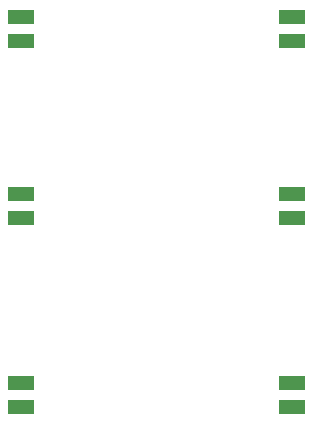
<source format=gbr>
G04*
G04 #@! TF.GenerationSoftware,Altium Limited,Altium Designer,22.4.2 (48)*
G04*
G04 Layer_Color=8421504*
%FSLAX25Y25*%
%MOIN*%
G70*
G04*
G04 #@! TF.SameCoordinates,96A84167-8CB8-41EC-8849-8989CCC38216*
G04*
G04*
G04 #@! TF.FilePolarity,Positive*
G04*
G01*
G75*
%ADD12R,0.08900X0.04600*%
D12*
X629921Y255842D02*
D03*
Y263843D02*
D03*
Y196787D02*
D03*
Y204787D02*
D03*
Y133795D02*
D03*
Y141795D02*
D03*
X539370Y133795D02*
D03*
Y141795D02*
D03*
Y204787D02*
D03*
Y196787D02*
D03*
Y263843D02*
D03*
Y255842D02*
D03*
M02*

</source>
